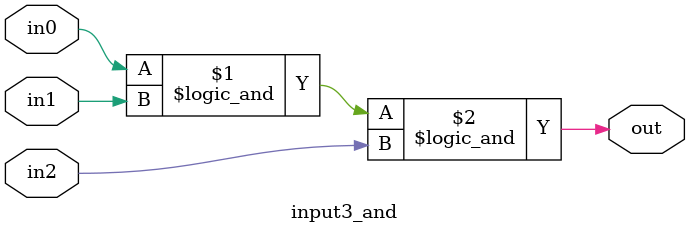
<source format=v>
`timescale 1ns/1ps

module quiz02_diff (clk, rst_n, in0, in1, in2);

    input clk, rst_n;
    output reg in0, in1, in2;

    reg [2:0] c_state, n_state;

    integer count;

    parameter step = 2;

    parameter S_0 = 2'b00;
    parameter S_1 = 2'b01;
    parameter S_2 = 2'b10;
    parameter S_3 = 2'b11;
    parameter S_4 = 3'b100;
    parameter S_5 = 3'b101;
    parameter S_6 = 3'b110;
    parameter S_7 = 3'b111;

    always @ (posedge clk, negedge rst_n)
    begin
        if (!rst_n) 
        begin
            count <= 0;
            c_state <= 2'b0;
        end
        else count = count + 1;
    end

    always @ (count)
    begin
        if (!(count%step) && count)
            begin
                c_state <= n_state;
                count = 0;
            end
    end

    always @ (c_state)
    case (c_state)
    S_0: n_state = S_1;
    S_1: n_state = S_2;
    S_2: n_state = S_3;
    S_3: n_state = S_4;
    S_4: n_state = S_5;
    S_5: n_state = S_6;
    S_6: n_state = S_7;
    S_7: n_state = S_0;
    default: n_state = S_0;
    endcase

    always @ (c_state)
    begin
        in0 = c_state[2];
        in1 = c_state[1];
        in2 = c_state[0];
    end

endmodule

module input3_and (in0, in1, in2, out);

    input in0, in1, in2;
    output out;

    assign out = in0 && in1 && in2;

endmodule


</source>
